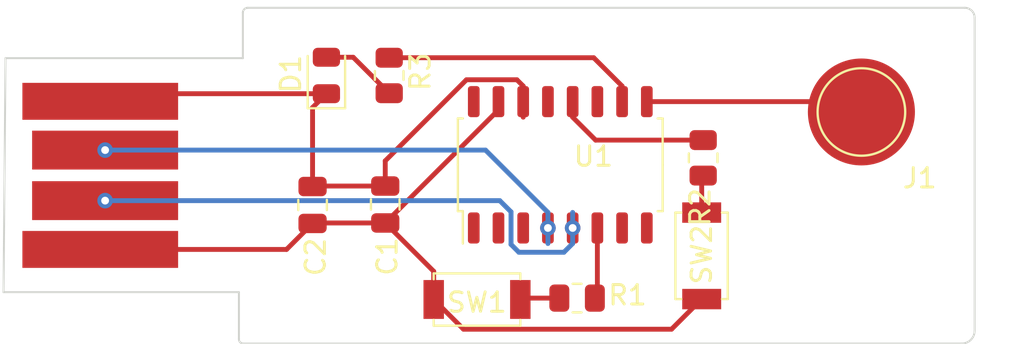
<source format=kicad_pcb>
(kicad_pcb (version 20171130) (host pcbnew "(5.1.9)-1")

  (general
    (thickness 1.6)
    (drawings 12)
    (tracks 59)
    (zones 0)
    (modules 11)
    (nets 20)
  )

  (page A4)
  (layers
    (0 F.Cu signal)
    (31 B.Cu signal)
    (32 B.Adhes user)
    (33 F.Adhes user)
    (34 B.Paste user)
    (35 F.Paste user)
    (36 B.SilkS user)
    (37 F.SilkS user)
    (38 B.Mask user)
    (39 F.Mask user)
    (40 Dwgs.User user)
    (41 Cmts.User user)
    (42 Eco1.User user)
    (43 Eco2.User user)
    (44 Edge.Cuts user)
    (45 Margin user)
    (46 B.CrtYd user)
    (47 F.CrtYd user)
    (48 B.Fab user)
    (49 F.Fab user)
  )

  (setup
    (last_trace_width 0.25)
    (trace_clearance 0.2)
    (zone_clearance 0.508)
    (zone_45_only no)
    (trace_min 0.2)
    (via_size 0.8)
    (via_drill 0.4)
    (via_min_size 0.4)
    (via_min_drill 0.3)
    (uvia_size 0.3)
    (uvia_drill 0.1)
    (uvias_allowed no)
    (uvia_min_size 0.2)
    (uvia_min_drill 0.1)
    (edge_width 0.1)
    (segment_width 0.2)
    (pcb_text_width 0.3)
    (pcb_text_size 1.5 1.5)
    (mod_edge_width 0.15)
    (mod_text_size 1 1)
    (mod_text_width 0.15)
    (pad_size 5.5 5.5)
    (pad_drill 0)
    (pad_to_mask_clearance 0)
    (aux_axis_origin 0 0)
    (visible_elements 7FFFFFFF)
    (pcbplotparams
      (layerselection 0x010fc_ffffffff)
      (usegerberextensions false)
      (usegerberattributes true)
      (usegerberadvancedattributes true)
      (creategerberjobfile true)
      (excludeedgelayer true)
      (linewidth 0.100000)
      (plotframeref false)
      (viasonmask false)
      (mode 1)
      (useauxorigin false)
      (hpglpennumber 1)
      (hpglpenspeed 20)
      (hpglpendiameter 15.000000)
      (psnegative false)
      (psa4output false)
      (plotreference true)
      (plotvalue true)
      (plotinvisibletext false)
      (padsonsilk false)
      (subtractmaskfromsilk false)
      (outputformat 1)
      (mirror false)
      (drillshape 1)
      (scaleselection 1)
      (outputdirectory ""))
  )

  (net 0 "")
  (net 1 +5V)
  (net 2 GND)
  (net 3 "Net-(D1-Pad2)")
  (net 4 /PAD)
  (net 5 /UDM)
  (net 6 /UDP)
  (net 7 "Net-(R1-Pad2)")
  (net 8 /RST)
  (net 9 "Net-(R2-Pad1)")
  (net 10 /P3.3)
  (net 11 "Net-(U1-Pad16)")
  (net 12 "Net-(U1-Pad11)")
  (net 13 "Net-(U1-Pad8)")
  (net 14 "Net-(U1-Pad7)")
  (net 15 "Net-(U1-Pad5)")
  (net 16 "Net-(U1-Pad4)")
  (net 17 "Net-(U1-Pad3)")
  (net 18 "Net-(U1-Pad1)")
  (net 19 "Net-(U1-Pad2)")

  (net_class Default "Esta es la clase de red por defecto."
    (clearance 0.2)
    (trace_width 0.25)
    (via_dia 0.8)
    (via_drill 0.4)
    (uvia_dia 0.3)
    (uvia_drill 0.1)
    (add_net +5V)
    (add_net /P3.3)
    (add_net /PAD)
    (add_net /RST)
    (add_net /UDM)
    (add_net /UDP)
    (add_net GND)
    (add_net "Net-(D1-Pad2)")
    (add_net "Net-(R1-Pad2)")
    (add_net "Net-(R2-Pad1)")
    (add_net "Net-(U1-Pad1)")
    (add_net "Net-(U1-Pad11)")
    (add_net "Net-(U1-Pad16)")
    (add_net "Net-(U1-Pad2)")
    (add_net "Net-(U1-Pad3)")
    (add_net "Net-(U1-Pad4)")
    (add_net "Net-(U1-Pad5)")
    (add_net "Net-(U1-Pad7)")
    (add_net "Net-(U1-Pad8)")
  )

  (module Package_SO:SOP-16_4.55x10.3mm_P1.27mm (layer F.Cu) (tedit 5D9F72B1) (tstamp 601239F4)
    (at 114.8588 84.2772 90)
    (descr "SOP, 16 Pin (https://toshiba.semicon-storage.com/info/docget.jsp?did=12855&prodName=TLP290-4), generated with kicad-footprint-generator ipc_gullwing_generator.py")
    (tags "SOP SO")
    (path /600C5722)
    (attr smd)
    (fp_text reference U1 (at 0.4318 1.7018 180) (layer F.SilkS)
      (effects (font (size 1 1) (thickness 0.15)))
    )
    (fp_text value CH552G (at -1.3462 -0.4064 180) (layer F.Fab)
      (effects (font (size 1 1) (thickness 0.15)))
    )
    (fp_line (start 0 5.26) (end 2.385 5.26) (layer F.SilkS) (width 0.12))
    (fp_line (start 2.385 5.26) (end 2.385 5.005) (layer F.SilkS) (width 0.12))
    (fp_line (start 0 5.26) (end -2.385 5.26) (layer F.SilkS) (width 0.12))
    (fp_line (start -2.385 5.26) (end -2.385 5.005) (layer F.SilkS) (width 0.12))
    (fp_line (start 0 -5.26) (end 2.385 -5.26) (layer F.SilkS) (width 0.12))
    (fp_line (start 2.385 -5.26) (end 2.385 -5.005) (layer F.SilkS) (width 0.12))
    (fp_line (start 0 -5.26) (end -2.385 -5.26) (layer F.SilkS) (width 0.12))
    (fp_line (start -2.385 -5.26) (end -2.385 -5.005) (layer F.SilkS) (width 0.12))
    (fp_line (start -2.385 -5.005) (end -4.05 -5.005) (layer F.SilkS) (width 0.12))
    (fp_line (start -1.275 -5.15) (end 2.275 -5.15) (layer F.Fab) (width 0.1))
    (fp_line (start 2.275 -5.15) (end 2.275 5.15) (layer F.Fab) (width 0.1))
    (fp_line (start 2.275 5.15) (end -2.275 5.15) (layer F.Fab) (width 0.1))
    (fp_line (start -2.275 5.15) (end -2.275 -4.15) (layer F.Fab) (width 0.1))
    (fp_line (start -2.275 -4.15) (end -1.275 -5.15) (layer F.Fab) (width 0.1))
    (fp_line (start -4.3 -5.4) (end -4.3 5.4) (layer F.CrtYd) (width 0.05))
    (fp_line (start -4.3 5.4) (end 4.3 5.4) (layer F.CrtYd) (width 0.05))
    (fp_line (start 4.3 5.4) (end 4.3 -5.4) (layer F.CrtYd) (width 0.05))
    (fp_line (start 4.3 -5.4) (end -4.3 -5.4) (layer F.CrtYd) (width 0.05))
    (fp_text user %R (at 0.4318 -2.0828 180) (layer F.Fab)
      (effects (font (size 1 1) (thickness 0.15)))
    )
    (pad 16 smd roundrect (at 3.25 -4.445 90) (size 1.6 0.6) (layers F.Cu F.Paste F.Mask) (roundrect_rratio 0.25)
      (net 11 "Net-(U1-Pad16)"))
    (pad 15 smd roundrect (at 3.25 -3.175 90) (size 1.6 0.6) (layers F.Cu F.Paste F.Mask) (roundrect_rratio 0.25)
      (net 1 +5V))
    (pad 14 smd roundrect (at 3.25 -1.905 90) (size 1.6 0.6) (layers F.Cu F.Paste F.Mask) (roundrect_rratio 0.25)
      (net 2 GND))
    (pad 13 smd roundrect (at 3.25 -0.635 90) (size 1.6 0.6) (layers F.Cu F.Paste F.Mask) (roundrect_rratio 0.25)
      (net 5 /UDM))
    (pad 12 smd roundrect (at 3.25 0.635 90) (size 1.6 0.6) (layers F.Cu F.Paste F.Mask) (roundrect_rratio 0.25)
      (net 6 /UDP))
    (pad 11 smd roundrect (at 3.25 1.905 90) (size 1.6 0.6) (layers F.Cu F.Paste F.Mask) (roundrect_rratio 0.25)
      (net 12 "Net-(U1-Pad11)"))
    (pad 10 smd roundrect (at 3.25 3.175 90) (size 1.6 0.6) (layers F.Cu F.Paste F.Mask) (roundrect_rratio 0.25)
      (net 10 /P3.3))
    (pad 9 smd roundrect (at 3.25 4.445 90) (size 1.6 0.6) (layers F.Cu F.Paste F.Mask) (roundrect_rratio 0.25)
      (net 4 /PAD))
    (pad 8 smd roundrect (at -3.25 4.445 90) (size 1.6 0.6) (layers F.Cu F.Paste F.Mask) (roundrect_rratio 0.25)
      (net 13 "Net-(U1-Pad8)"))
    (pad 7 smd roundrect (at -3.25 3.175 90) (size 1.6 0.6) (layers F.Cu F.Paste F.Mask) (roundrect_rratio 0.25)
      (net 14 "Net-(U1-Pad7)"))
    (pad 6 smd roundrect (at -3.25 1.905 90) (size 1.6 0.6) (layers F.Cu F.Paste F.Mask) (roundrect_rratio 0.25)
      (net 8 /RST))
    (pad 5 smd roundrect (at -3.25 0.635 90) (size 1.6 0.6) (layers F.Cu F.Paste F.Mask) (roundrect_rratio 0.25)
      (net 15 "Net-(U1-Pad5)"))
    (pad 4 smd roundrect (at -3.25 -0.635 90) (size 1.6 0.6) (layers F.Cu F.Paste F.Mask) (roundrect_rratio 0.25)
      (net 16 "Net-(U1-Pad4)"))
    (pad 3 smd roundrect (at -3.25 -1.905 90) (size 1.6 0.6) (layers F.Cu F.Paste F.Mask) (roundrect_rratio 0.25)
      (net 17 "Net-(U1-Pad3)"))
    (pad 2 smd roundrect (at -3.25 -3.175 90) (size 1.6 0.6) (layers F.Cu F.Paste F.Mask) (roundrect_rratio 0.25)
      (net 19 "Net-(U1-Pad2)"))
    (pad 1 smd roundrect (at -3.25 -4.445 90) (size 1.6 0.6) (layers F.Cu F.Paste F.Mask) (roundrect_rratio 0.25)
      (net 18 "Net-(U1-Pad1)"))
    (model ${KISYS3DMOD}/Package_SO.3dshapes/SOP-16_4.55x10.3mm_P1.27mm.wrl
      (at (xyz 0 0 0))
      (scale (xyz 1 1 1))
      (rotate (xyz 0 0 0))
    )
  )

  (module Connectors:C455281 (layer F.Cu) (tedit 5FC6E249) (tstamp 601239CD)
    (at 123.4632 86.736 270)
    (path /60108AA8)
    (fp_text reference SW2 (at 2.164 1.34 90) (layer F.SilkS)
      (effects (font (size 1 1) (thickness 0.15)))
    )
    (fp_text value Boot (at 2.2656 -0.8444 90) (layer F.Fab)
      (effects (font (size 1 1) (thickness 0.15)))
    )
    (fp_line (start 4.45 2.69) (end 0 2.69) (layer F.SilkS) (width 0.12))
    (fp_line (start 0 2.69) (end 0 2.39) (layer F.SilkS) (width 0.12))
    (fp_line (start 4.45 2.69) (end 4.45 2.39) (layer F.SilkS) (width 0.12))
    (fp_line (start 0 0) (end 0 0.3) (layer F.SilkS) (width 0.12))
    (fp_line (start 4.45 0) (end 4.45 0.3) (layer F.SilkS) (width 0.12))
    (fp_line (start 0 0) (end 4.45 0) (layer F.SilkS) (width 0.12))
    (pad 2 smd rect (at 4.45 1.34 270) (size 1.05 2) (layers F.Cu F.Paste F.Mask)
      (net 1 +5V))
    (pad 1 smd rect (at 0 1.34 270) (size 1.05 2) (layers F.Cu F.Paste F.Mask)
      (net 9 "Net-(R2-Pad1)"))
  )

  (module Connectors:C455281 (layer F.Cu) (tedit 5FC6E249) (tstamp 601239C1)
    (at 108.3564 89.8652)
    (path /60104572)
    (fp_text reference SW1 (at 2.2148 1.4924) (layer F.SilkS)
      (effects (font (size 1 1) (thickness 0.15)))
    )
    (fp_text value Reset (at 2.3164 -0.692) (layer F.Fab)
      (effects (font (size 1 1) (thickness 0.15)))
    )
    (fp_line (start 4.45 2.69) (end 0 2.69) (layer F.SilkS) (width 0.12))
    (fp_line (start 0 2.69) (end 0 2.39) (layer F.SilkS) (width 0.12))
    (fp_line (start 4.45 2.69) (end 4.45 2.39) (layer F.SilkS) (width 0.12))
    (fp_line (start 0 0) (end 0 0.3) (layer F.SilkS) (width 0.12))
    (fp_line (start 4.45 0) (end 4.45 0.3) (layer F.SilkS) (width 0.12))
    (fp_line (start 0 0) (end 4.45 0) (layer F.SilkS) (width 0.12))
    (pad 2 smd rect (at 4.45 1.34) (size 1.05 2) (layers F.Cu F.Paste F.Mask)
      (net 7 "Net-(R1-Pad2)"))
    (pad 1 smd rect (at 0 1.34) (size 1.05 2) (layers F.Cu F.Paste F.Mask)
      (net 1 +5V))
  )

  (module Resistor_SMD:R_0805_2012Metric (layer F.Cu) (tedit 5F68FEEE) (tstamp 601239B5)
    (at 106.0704 79.6817 90)
    (descr "Resistor SMD 0805 (2012 Metric), square (rectangular) end terminal, IPC_7351 nominal, (Body size source: IPC-SM-782 page 72, https://www.pcb-3d.com/wordpress/wp-content/uploads/ipc-sm-782a_amendment_1_and_2.pdf), generated with kicad-footprint-generator")
    (tags resistor)
    (path /600F399A)
    (attr smd)
    (fp_text reference R3 (at 0.1905 1.59766 90) (layer F.SilkS)
      (effects (font (size 1 1) (thickness 0.15)))
    )
    (fp_text value 1K (at 2.7813 0.02286 90) (layer F.Fab)
      (effects (font (size 1 1) (thickness 0.15)))
    )
    (fp_line (start -1 0.625) (end -1 -0.625) (layer F.Fab) (width 0.1))
    (fp_line (start -1 -0.625) (end 1 -0.625) (layer F.Fab) (width 0.1))
    (fp_line (start 1 -0.625) (end 1 0.625) (layer F.Fab) (width 0.1))
    (fp_line (start 1 0.625) (end -1 0.625) (layer F.Fab) (width 0.1))
    (fp_line (start -0.227064 -0.735) (end 0.227064 -0.735) (layer F.SilkS) (width 0.12))
    (fp_line (start -0.227064 0.735) (end 0.227064 0.735) (layer F.SilkS) (width 0.12))
    (fp_line (start -1.68 0.95) (end -1.68 -0.95) (layer F.CrtYd) (width 0.05))
    (fp_line (start -1.68 -0.95) (end 1.68 -0.95) (layer F.CrtYd) (width 0.05))
    (fp_line (start 1.68 -0.95) (end 1.68 0.95) (layer F.CrtYd) (width 0.05))
    (fp_line (start 1.68 0.95) (end -1.68 0.95) (layer F.CrtYd) (width 0.05))
    (fp_text user %R (at 0 0 90) (layer F.Fab)
      (effects (font (size 0.5 0.5) (thickness 0.08)))
    )
    (pad 2 smd roundrect (at 0.9125 0 90) (size 1.025 1.4) (layers F.Cu F.Paste F.Mask) (roundrect_rratio 0.243902)
      (net 10 /P3.3))
    (pad 1 smd roundrect (at -0.9125 0 90) (size 1.025 1.4) (layers F.Cu F.Paste F.Mask) (roundrect_rratio 0.243902)
      (net 3 "Net-(D1-Pad2)"))
    (model ${KISYS3DMOD}/Resistor_SMD.3dshapes/R_0805_2012Metric.wrl
      (at (xyz 0 0 0))
      (scale (xyz 1 1 1))
      (rotate (xyz 0 0 0))
    )
  )

  (module Resistor_SMD:R_0805_2012Metric (layer F.Cu) (tedit 5F68FEEE) (tstamp 601239A4)
    (at 122.1994 83.9197 90)
    (descr "Resistor SMD 0805 (2012 Metric), square (rectangular) end terminal, IPC_7351 nominal, (Body size source: IPC-SM-782 page 72, https://www.pcb-3d.com/wordpress/wp-content/uploads/ipc-sm-782a_amendment_1_and_2.pdf), generated with kicad-footprint-generator")
    (tags resistor)
    (path /60109CBD)
    (attr smd)
    (fp_text reference R2 (at -2.5419 -0.1524 90) (layer F.SilkS)
      (effects (font (size 1 1) (thickness 0.15)))
    )
    (fp_text value 20K (at 0 1.65 90) (layer F.Fab)
      (effects (font (size 1 1) (thickness 0.15)))
    )
    (fp_line (start -1 0.625) (end -1 -0.625) (layer F.Fab) (width 0.1))
    (fp_line (start -1 -0.625) (end 1 -0.625) (layer F.Fab) (width 0.1))
    (fp_line (start 1 -0.625) (end 1 0.625) (layer F.Fab) (width 0.1))
    (fp_line (start 1 0.625) (end -1 0.625) (layer F.Fab) (width 0.1))
    (fp_line (start -0.227064 -0.735) (end 0.227064 -0.735) (layer F.SilkS) (width 0.12))
    (fp_line (start -0.227064 0.735) (end 0.227064 0.735) (layer F.SilkS) (width 0.12))
    (fp_line (start -1.68 0.95) (end -1.68 -0.95) (layer F.CrtYd) (width 0.05))
    (fp_line (start -1.68 -0.95) (end 1.68 -0.95) (layer F.CrtYd) (width 0.05))
    (fp_line (start 1.68 -0.95) (end 1.68 0.95) (layer F.CrtYd) (width 0.05))
    (fp_line (start 1.68 0.95) (end -1.68 0.95) (layer F.CrtYd) (width 0.05))
    (fp_text user %R (at 0 0 90) (layer F.Fab)
      (effects (font (size 0.5 0.5) (thickness 0.08)))
    )
    (pad 2 smd roundrect (at 0.9125 0 90) (size 1.025 1.4) (layers F.Cu F.Paste F.Mask) (roundrect_rratio 0.243902)
      (net 6 /UDP))
    (pad 1 smd roundrect (at -0.9125 0 90) (size 1.025 1.4) (layers F.Cu F.Paste F.Mask) (roundrect_rratio 0.243902)
      (net 9 "Net-(R2-Pad1)"))
    (model ${KISYS3DMOD}/Resistor_SMD.3dshapes/R_0805_2012Metric.wrl
      (at (xyz 0 0 0))
      (scale (xyz 1 1 1))
      (rotate (xyz 0 0 0))
    )
  )

  (module Resistor_SMD:R_0805_2012Metric (layer F.Cu) (tedit 5F68FEEE) (tstamp 601344D1)
    (at 115.7224 91.1352 180)
    (descr "Resistor SMD 0805 (2012 Metric), square (rectangular) end terminal, IPC_7351 nominal, (Body size source: IPC-SM-782 page 72, https://www.pcb-3d.com/wordpress/wp-content/uploads/ipc-sm-782a_amendment_1_and_2.pdf), generated with kicad-footprint-generator")
    (tags resistor)
    (path /60102F47)
    (attr smd)
    (fp_text reference R1 (at -2.5889 0.1524) (layer F.SilkS)
      (effects (font (size 1 1) (thickness 0.15)))
    )
    (fp_text value 1K (at 0 1.65) (layer F.Fab)
      (effects (font (size 1 1) (thickness 0.15)))
    )
    (fp_line (start -1 0.625) (end -1 -0.625) (layer F.Fab) (width 0.1))
    (fp_line (start -1 -0.625) (end 1 -0.625) (layer F.Fab) (width 0.1))
    (fp_line (start 1 -0.625) (end 1 0.625) (layer F.Fab) (width 0.1))
    (fp_line (start 1 0.625) (end -1 0.625) (layer F.Fab) (width 0.1))
    (fp_line (start -0.227064 -0.735) (end 0.227064 -0.735) (layer F.SilkS) (width 0.12))
    (fp_line (start -0.227064 0.735) (end 0.227064 0.735) (layer F.SilkS) (width 0.12))
    (fp_line (start -1.68 0.95) (end -1.68 -0.95) (layer F.CrtYd) (width 0.05))
    (fp_line (start -1.68 -0.95) (end 1.68 -0.95) (layer F.CrtYd) (width 0.05))
    (fp_line (start 1.68 -0.95) (end 1.68 0.95) (layer F.CrtYd) (width 0.05))
    (fp_line (start 1.68 0.95) (end -1.68 0.95) (layer F.CrtYd) (width 0.05))
    (fp_text user %R (at 0.0527 0.0508) (layer F.Fab)
      (effects (font (size 0.5 0.5) (thickness 0.08)))
    )
    (pad 2 smd roundrect (at 0.9125 0 180) (size 1.025 1.4) (layers F.Cu F.Paste F.Mask) (roundrect_rratio 0.243902)
      (net 7 "Net-(R1-Pad2)"))
    (pad 1 smd roundrect (at -0.9125 0 180) (size 1.025 1.4) (layers F.Cu F.Paste F.Mask) (roundrect_rratio 0.243902)
      (net 8 /RST))
    (model ${KISYS3DMOD}/Resistor_SMD.3dshapes/R_0805_2012Metric.wrl
      (at (xyz 0 0 0))
      (scale (xyz 1 1 1))
      (rotate (xyz 0 0 0))
    )
  )

  (module Connectors:usb-PCB (layer F.Cu) (tedit 57B635A4) (tstamp 60123982)
    (at 86.32664 84.82076 270)
    (path /600C62B1)
    (attr virtual)
    (fp_text reference J2 (at 0.13 -7.85 90) (layer F.SilkS) hide
      (effects (font (size 1.5 1.5) (thickness 0.15)))
    )
    (fp_text value USB_A (at 0.29 -10.13 90) (layer F.SilkS) hide
      (effects (font (size 1.5 1.5) (thickness 0.15)))
    )
    (fp_line (start 6.03 0) (end 6.03 -12) (layer Dwgs.User) (width 0.15))
    (fp_line (start 6.03 0) (end -6.03 0) (layer Dwgs.User) (width 0.15))
    (fp_line (start -6.03 0) (end -6.03 -12) (layer Dwgs.User) (width 0.15))
    (pad 2 connect rect (at 1.3 -5.15 270) (size 2 7.5) (layers F.Cu F.Mask)
      (net 5 /UDM))
    (pad 3 connect rect (at -1.3 -5.15 270) (size 2 7.5) (layers F.Cu F.Mask)
      (net 6 /UDP))
    (pad 4 connect rect (at -3.81 -4.9 270) (size 1.9 8) (layers F.Cu F.Mask)
      (net 2 GND))
    (pad 1 connect rect (at 3.81 -4.9 270) (size 1.9 8) (layers F.Cu F.Mask)
      (net 1 +5V))
  )

  (module TestPoint:TestPoint_Pad_D4.0mm (layer F.Cu) (tedit 6012F257) (tstamp 60123977)
    (at 130.3274 81.5594)
    (descr "SMD pad as test Point, diameter 4.0mm")
    (tags "test point SMD pad")
    (path /6019A4C9)
    (attr virtual)
    (fp_text reference J1 (at 2.9972 3.4036) (layer F.SilkS)
      (effects (font (size 1 1) (thickness 0.15)))
    )
    (fp_text value Conn_01x01_Female (at 0.635 -4.3434) (layer F.Fab)
      (effects (font (size 1 1) (thickness 0.15)))
    )
    (fp_circle (center 0 0) (end 2.5 0) (layer F.CrtYd) (width 0.05))
    (fp_circle (center 0 0) (end 0 2.25) (layer F.SilkS) (width 0.12))
    (fp_text user %R (at 3.0988 3.4544) (layer F.Fab)
      (effects (font (size 1 1) (thickness 0.15)))
    )
    (pad 1 smd circle (at 0 0) (size 5.5 5.5) (layers F.Cu)
      (net 4 /PAD))
  )

  (module LED_SMD:LED_0805_2012Metric (layer F.Cu) (tedit 5F68FEF1) (tstamp 6012396F)
    (at 102.8446 79.6821 90)
    (descr "LED SMD 0805 (2012 Metric), square (rectangular) end terminal, IPC_7351 nominal, (Body size source: https://docs.google.com/spreadsheets/d/1BsfQQcO9C6DZCsRaXUlFlo91Tg2WpOkGARC1WS5S8t0/edit?usp=sharing), generated with kicad-footprint-generator")
    (tags LED)
    (path /600F3D4D)
    (attr smd)
    (fp_text reference D1 (at 0.0785 -1.8288 90) (layer F.SilkS)
      (effects (font (size 1 1) (thickness 0.15)))
    )
    (fp_text value LED_Small (at -0.6604 -3.5306 90) (layer F.Fab)
      (effects (font (size 1 1) (thickness 0.15)))
    )
    (fp_line (start 1 -0.6) (end -0.7 -0.6) (layer F.Fab) (width 0.1))
    (fp_line (start -0.7 -0.6) (end -1 -0.3) (layer F.Fab) (width 0.1))
    (fp_line (start -1 -0.3) (end -1 0.6) (layer F.Fab) (width 0.1))
    (fp_line (start -1 0.6) (end 1 0.6) (layer F.Fab) (width 0.1))
    (fp_line (start 1 0.6) (end 1 -0.6) (layer F.Fab) (width 0.1))
    (fp_line (start 1 -0.96) (end -1.685 -0.96) (layer F.SilkS) (width 0.12))
    (fp_line (start -1.685 -0.96) (end -1.685 0.96) (layer F.SilkS) (width 0.12))
    (fp_line (start -1.685 0.96) (end 1 0.96) (layer F.SilkS) (width 0.12))
    (fp_line (start -1.68 0.95) (end -1.68 -0.95) (layer F.CrtYd) (width 0.05))
    (fp_line (start -1.68 -0.95) (end 1.68 -0.95) (layer F.CrtYd) (width 0.05))
    (fp_line (start 1.68 -0.95) (end 1.68 0.95) (layer F.CrtYd) (width 0.05))
    (fp_line (start 1.68 0.95) (end -1.68 0.95) (layer F.CrtYd) (width 0.05))
    (fp_text user %R (at 0 0 90) (layer F.Fab)
      (effects (font (size 0.5 0.5) (thickness 0.08)))
    )
    (pad 2 smd roundrect (at 0.9375 0 90) (size 0.975 1.4) (layers F.Cu F.Paste F.Mask) (roundrect_rratio 0.25)
      (net 3 "Net-(D1-Pad2)"))
    (pad 1 smd roundrect (at -0.9375 0 90) (size 0.975 1.4) (layers F.Cu F.Paste F.Mask) (roundrect_rratio 0.25)
      (net 2 GND))
    (model ${KISYS3DMOD}/LED_SMD.3dshapes/LED_0805_2012Metric.wrl
      (at (xyz 0 0 0))
      (scale (xyz 1 1 1))
      (rotate (xyz 0 0 0))
    )
  )

  (module Capacitor_SMD:C_0805_2012Metric (layer F.Cu) (tedit 5F68FEEE) (tstamp 6012395C)
    (at 102.1334 86.3448 270)
    (descr "Capacitor SMD 0805 (2012 Metric), square (rectangular) end terminal, IPC_7351 nominal, (Body size source: IPC-SM-782 page 76, https://www.pcb-3d.com/wordpress/wp-content/uploads/ipc-sm-782a_amendment_1_and_2.pdf, https://docs.google.com/spreadsheets/d/1BsfQQcO9C6DZCsRaXUlFlo91Tg2WpOkGARC1WS5S8t0/edit?usp=sharing), generated with kicad-footprint-generator")
    (tags capacitor)
    (path /600F8100)
    (attr smd)
    (fp_text reference C2 (at 2.6772 -0.1524 90) (layer F.SilkS)
      (effects (font (size 1 1) (thickness 0.15)))
    )
    (fp_text value 0.1uF (at 0 1.68 90) (layer F.Fab)
      (effects (font (size 1 1) (thickness 0.15)))
    )
    (fp_line (start -1 0.625) (end -1 -0.625) (layer F.Fab) (width 0.1))
    (fp_line (start -1 -0.625) (end 1 -0.625) (layer F.Fab) (width 0.1))
    (fp_line (start 1 -0.625) (end 1 0.625) (layer F.Fab) (width 0.1))
    (fp_line (start 1 0.625) (end -1 0.625) (layer F.Fab) (width 0.1))
    (fp_line (start -0.261252 -0.735) (end 0.261252 -0.735) (layer F.SilkS) (width 0.12))
    (fp_line (start -0.261252 0.735) (end 0.261252 0.735) (layer F.SilkS) (width 0.12))
    (fp_line (start -1.7 0.98) (end -1.7 -0.98) (layer F.CrtYd) (width 0.05))
    (fp_line (start -1.7 -0.98) (end 1.7 -0.98) (layer F.CrtYd) (width 0.05))
    (fp_line (start 1.7 -0.98) (end 1.7 0.98) (layer F.CrtYd) (width 0.05))
    (fp_line (start 1.7 0.98) (end -1.7 0.98) (layer F.CrtYd) (width 0.05))
    (fp_text user %R (at 0 0 90) (layer F.Fab)
      (effects (font (size 0.5 0.5) (thickness 0.08)))
    )
    (pad 2 smd roundrect (at 0.95 0 270) (size 1 1.45) (layers F.Cu F.Paste F.Mask) (roundrect_rratio 0.25)
      (net 1 +5V))
    (pad 1 smd roundrect (at -0.95 0 270) (size 1 1.45) (layers F.Cu F.Paste F.Mask) (roundrect_rratio 0.25)
      (net 2 GND))
    (model ${KISYS3DMOD}/Capacitor_SMD.3dshapes/C_0805_2012Metric.wrl
      (at (xyz 0 0 0))
      (scale (xyz 1 1 1))
      (rotate (xyz 0 0 0))
    )
  )

  (module Capacitor_SMD:C_0805_2012Metric (layer F.Cu) (tedit 5F68FEEE) (tstamp 6013437C)
    (at 105.8672 86.3194 270)
    (descr "Capacitor SMD 0805 (2012 Metric), square (rectangular) end terminal, IPC_7351 nominal, (Body size source: IPC-SM-782 page 76, https://www.pcb-3d.com/wordpress/wp-content/uploads/ipc-sm-782a_amendment_1_and_2.pdf, https://docs.google.com/spreadsheets/d/1BsfQQcO9C6DZCsRaXUlFlo91Tg2WpOkGARC1WS5S8t0/edit?usp=sharing), generated with kicad-footprint-generator")
    (tags capacitor)
    (path /600F88D9)
    (attr smd)
    (fp_text reference C1 (at 2.6772 -0.1016 90) (layer F.SilkS)
      (effects (font (size 1 1) (thickness 0.15)))
    )
    (fp_text value 0.1uF (at 0 1.68 90) (layer F.Fab)
      (effects (font (size 1 1) (thickness 0.15)))
    )
    (fp_line (start -1 0.625) (end -1 -0.625) (layer F.Fab) (width 0.1))
    (fp_line (start -1 -0.625) (end 1 -0.625) (layer F.Fab) (width 0.1))
    (fp_line (start 1 -0.625) (end 1 0.625) (layer F.Fab) (width 0.1))
    (fp_line (start 1 0.625) (end -1 0.625) (layer F.Fab) (width 0.1))
    (fp_line (start -0.261252 -0.735) (end 0.261252 -0.735) (layer F.SilkS) (width 0.12))
    (fp_line (start -0.261252 0.735) (end 0.261252 0.735) (layer F.SilkS) (width 0.12))
    (fp_line (start -1.7 0.98) (end -1.7 -0.98) (layer F.CrtYd) (width 0.05))
    (fp_line (start -1.7 -0.98) (end 1.7 -0.98) (layer F.CrtYd) (width 0.05))
    (fp_line (start 1.7 -0.98) (end 1.7 0.98) (layer F.CrtYd) (width 0.05))
    (fp_line (start 1.7 0.98) (end -1.7 0.98) (layer F.CrtYd) (width 0.05))
    (fp_text user %R (at 0 0 90) (layer F.Fab)
      (effects (font (size 0.5 0.5) (thickness 0.08)))
    )
    (pad 2 smd roundrect (at 0.95 0 270) (size 1 1.45) (layers F.Cu F.Paste F.Mask) (roundrect_rratio 0.25)
      (net 1 +5V))
    (pad 1 smd roundrect (at -0.95 0 270) (size 1 1.45) (layers F.Cu F.Paste F.Mask) (roundrect_rratio 0.25)
      (net 2 GND))
    (model ${KISYS3DMOD}/Capacitor_SMD.3dshapes/C_0805_2012Metric.wrl
      (at (xyz 0 0 0))
      (scale (xyz 1 1 1))
      (rotate (xyz 0 0 0))
    )
  )

  (gr_arc (start 98.806 76.454) (end 98.806 76.2) (angle -90) (layer Edge.Cuts) (width 0.1))
  (gr_arc (start 98.5774 93.2434) (end 98.348801 93.218001) (angle -90) (layer Edge.Cuts) (width 0.1))
  (gr_arc (start 135.4836 92.8116) (end 135.458201 93.471999) (angle -90) (layer Edge.Cuts) (width 0.1))
  (gr_arc (start 135.636 76.708) (end 136.144 76.708) (angle -90) (layer Edge.Cuts) (width 0.1))
  (gr_line (start 98.3488 93.218) (end 98.3488 90.8304) (layer Edge.Cuts) (width 0.1))
  (gr_line (start 135.4582 93.472) (end 98.552 93.472) (layer Edge.Cuts) (width 0.1))
  (gr_line (start 136.144 76.708) (end 136.144 92.837) (layer Edge.Cuts) (width 0.1))
  (gr_line (start 98.806 76.2) (end 135.636 76.2) (layer Edge.Cuts) (width 0.1))
  (gr_line (start 98.552 78.7908) (end 98.552 76.454) (layer Edge.Cuts) (width 0.1))
  (gr_line (start 86.36 78.7908) (end 98.552 78.7908) (layer Edge.Cuts) (width 0.1))
  (gr_line (start 86.2584 90.8304) (end 86.36 78.7908) (layer Edge.Cuts) (width 0.1))
  (gr_line (start 98.3488 90.8304) (end 86.2584 90.8304) (layer Edge.Cuts) (width 0.1))

  (segment (start 108.3564 89.7586) (end 105.8672 87.2694) (width 0.25) (layer F.Cu) (net 1))
  (segment (start 108.3564 91.2052) (end 108.3564 89.7586) (width 0.25) (layer F.Cu) (net 1))
  (segment (start 100.79744 88.63076) (end 91.22664 88.63076) (width 0.25) (layer F.Cu) (net 1))
  (segment (start 102.1334 87.2948) (end 100.79744 88.63076) (width 0.25) (layer F.Cu) (net 1))
  (segment (start 102.1588 87.2694) (end 102.1334 87.2948) (width 0.25) (layer F.Cu) (net 1))
  (segment (start 105.8672 87.2694) (end 102.1588 87.2694) (width 0.25) (layer F.Cu) (net 1))
  (segment (start 122.1232 91.186) (end 120.5738 92.7354) (width 0.25) (layer F.Cu) (net 1))
  (segment (start 109.8866 92.7354) (end 108.3564 91.2052) (width 0.25) (layer F.Cu) (net 1))
  (segment (start 120.5738 92.7354) (end 109.8866 92.7354) (width 0.25) (layer F.Cu) (net 1))
  (segment (start 111.6838 81.4528) (end 105.8672 87.2694) (width 0.25) (layer F.Cu) (net 1))
  (segment (start 111.6838 81.0272) (end 111.6838 81.4528) (width 0.25) (layer F.Cu) (net 1))
  (segment (start 112.9538 81.0272) (end 112.9538 81.8272) (width 0.25) (layer F.Cu) (net 2))
  (segment (start 102.1588 85.3694) (end 102.1334 85.3948) (width 0.25) (layer F.Cu) (net 2))
  (segment (start 105.8672 85.3694) (end 102.1588 85.3694) (width 0.25) (layer F.Cu) (net 2))
  (segment (start 102.1334 81.3308) (end 102.8446 80.6196) (width 0.25) (layer F.Cu) (net 2))
  (segment (start 102.1334 85.3948) (end 102.1334 81.3308) (width 0.25) (layer F.Cu) (net 2))
  (segment (start 91.6178 80.6196) (end 91.22664 81.01076) (width 0.25) (layer F.Cu) (net 2))
  (segment (start 102.8446 80.6196) (end 91.6178 80.6196) (width 0.25) (layer F.Cu) (net 2))
  (segment (start 112.9538 80.2272) (end 112.9538 81.0272) (width 0.25) (layer F.Cu) (net 2))
  (segment (start 112.62879 79.90219) (end 112.9538 80.2272) (width 0.25) (layer F.Cu) (net 2))
  (segment (start 110.03901 79.90219) (end 112.62879 79.90219) (width 0.25) (layer F.Cu) (net 2))
  (segment (start 105.8672 84.074) (end 110.03901 79.90219) (width 0.25) (layer F.Cu) (net 2))
  (segment (start 105.8672 85.3694) (end 105.8672 84.074) (width 0.25) (layer F.Cu) (net 2))
  (segment (start 104.2208 78.7446) (end 106.0704 80.5942) (width 0.25) (layer F.Cu) (net 3))
  (segment (start 102.8446 78.7446) (end 104.2208 78.7446) (width 0.25) (layer F.Cu) (net 3))
  (segment (start 129.7952 81.0272) (end 130.3274 81.5594) (width 0.25) (layer F.Cu) (net 4))
  (segment (start 119.3038 81.0272) (end 129.7952 81.0272) (width 0.25) (layer F.Cu) (net 4))
  (segment (start 114.2238 88.3272) (end 114.2238 87.5272) (width 0.25) (layer B.Cu) (net 5))
  (segment (start 91.47664 83.52076) (end 91.47664 83.52076) (width 0.25) (layer B.Cu) (net 5))
  (segment (start 114.2238 87.5272) (end 114.2238 87.5272) (width 0.25) (layer B.Cu) (net 5) (tstamp 601308A3))
  (via (at 114.2238 87.5272) (size 0.8) (drill 0.4) (layers F.Cu B.Cu) (net 5))
  (via (at 91.47664 83.52076) (size 0.8) (drill 0.4) (layers F.Cu B.Cu) (net 5))
  (segment (start 111.01736 83.52076) (end 114.2238 86.7272) (width 0.25) (layer B.Cu) (net 5))
  (segment (start 114.2238 86.7272) (end 114.2238 87.5272) (width 0.25) (layer B.Cu) (net 5))
  (segment (start 91.47664 83.52076) (end 111.01736 83.52076) (width 0.25) (layer B.Cu) (net 5))
  (segment (start 115.4938 86.7272) (end 115.4938 87.5272) (width 0.25) (layer B.Cu) (net 6))
  (segment (start 91.47664 86.12076) (end 91.47664 86.12076) (width 0.25) (layer B.Cu) (net 6))
  (segment (start 115.4938 81.8272) (end 115.4938 81.0272) (width 0.25) (layer F.Cu) (net 6))
  (segment (start 116.6738 83.0072) (end 115.4938 81.8272) (width 0.25) (layer F.Cu) (net 6))
  (segment (start 122.1994 83.0072) (end 116.6738 83.0072) (width 0.25) (layer F.Cu) (net 6))
  (segment (start 115.4938 87.5272) (end 115.4938 87.5272) (width 0.25) (layer B.Cu) (net 6) (tstamp 601308A5))
  (via (at 115.4938 87.5272) (size 0.8) (drill 0.4) (layers F.Cu B.Cu) (net 6))
  (via (at 91.47664 86.12076) (size 0.8) (drill 0.4) (layers F.Cu B.Cu) (net 6))
  (segment (start 115.04379 88.77721) (end 115.4938 88.3272) (width 0.25) (layer B.Cu) (net 6))
  (segment (start 112.732042 88.77721) (end 115.04379 88.77721) (width 0.25) (layer B.Cu) (net 6))
  (segment (start 112.32879 88.373958) (end 112.732042 88.77721) (width 0.25) (layer B.Cu) (net 6))
  (segment (start 115.4938 88.3272) (end 115.4938 87.5272) (width 0.25) (layer B.Cu) (net 6))
  (segment (start 112.32879 86.700422) (end 112.32879 88.373958) (width 0.25) (layer B.Cu) (net 6))
  (segment (start 111.749128 86.12076) (end 112.32879 86.700422) (width 0.25) (layer B.Cu) (net 6))
  (segment (start 91.47664 86.12076) (end 111.749128 86.12076) (width 0.25) (layer B.Cu) (net 6))
  (segment (start 112.8764 91.1352) (end 112.8064 91.2052) (width 0.25) (layer F.Cu) (net 7))
  (segment (start 114.8099 91.1352) (end 112.8764 91.1352) (width 0.25) (layer F.Cu) (net 7))
  (segment (start 116.7638 91.0063) (end 116.6349 91.1352) (width 0.25) (layer F.Cu) (net 8))
  (segment (start 116.7638 87.5272) (end 116.7638 91.0063) (width 0.25) (layer F.Cu) (net 8))
  (segment (start 122.1232 84.9084) (end 122.1994 84.8322) (width 0.25) (layer F.Cu) (net 9))
  (segment (start 122.1232 86.736) (end 122.1232 84.9084) (width 0.25) (layer F.Cu) (net 9))
  (segment (start 118.0338 80.2272) (end 118.0338 81.0272) (width 0.25) (layer F.Cu) (net 10))
  (segment (start 116.5758 78.7692) (end 118.0338 80.2272) (width 0.25) (layer F.Cu) (net 10))
  (segment (start 106.0704 78.7692) (end 116.5758 78.7692) (width 0.25) (layer F.Cu) (net 10))

)

</source>
